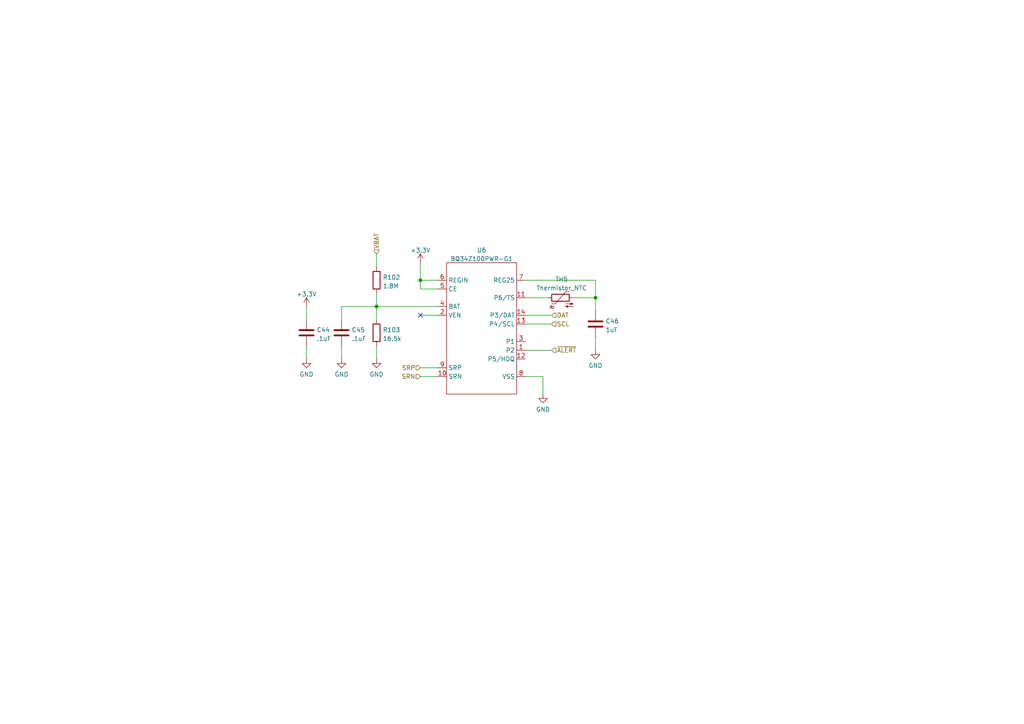
<source format=kicad_sch>
(kicad_sch (version 20211123) (generator eeschema)
  (paper "A4")
  (lib_symbols
    (symbol "BQ34Z100:BQ34Z100PWR-G1"
      (property "Reference" "U" (at 0 22.86 0))
      (property "Value" "BQ34Z100PWR-G1" (at 0 20.32 0))
      (symbol "BQ34Z100PWR-G1_0_1"
        (rectangle (start -10.16 17.78) (end 10.16 -20.32) (stroke (width 0.1524)))
      )
      (symbol "BQ34Z100PWR-G1_1_1"
        (pin output line (at 12.7 -7.62 180) (length 2.54) (name "P2") (number "1"))
        (pin input line (at -12.7 -15.24 0) (length 2.54) (name "SRN") (number "10"))
        (pin input line (at 12.7 7.62 180) (length 2.54) (name "P6/TS") (number "11"))
        (pin input line (at 12.7 -10.16 180) (length 2.54) (name "P5/HDQ") (number "12"))
        (pin input line (at 12.7 0 180) (length 2.54) (name "P4/SCL") (number "13"))
        (pin input line (at 12.7 2.54 180) (length 2.54) (name "P3/DAT") (number "14"))
        (pin output line (at -12.7 2.54 0) (length 2.54) (name "VEN") (number "2"))
        (pin output line (at 12.7 -5.08 180) (length 2.54) (name "P1") (number "3"))
        (pin input line (at -12.7 5.08 0) (length 2.54) (name "BAT") (number "4"))
        (pin input line (at -12.7 10.16 0) (length 2.54) (name "CE") (number "5"))
        (pin power_in line (at -12.7 12.7 0) (length 2.54) (name "REGIN") (number "6"))
        (pin power_out line (at 12.7 12.7 180) (length 2.54) (name "REG25") (number "7"))
        (pin input line (at 12.7 -15.24 180) (length 2.54) (name "VSS") (number "8"))
        (pin input line (at -12.7 -12.7 0) (length 2.54) (name "SRP") (number "9"))
      )
    )
    (symbol "Device:C" (pin_numbers hide) (pin_names (offset 0.254))
      (property "Reference" "C" (at 0.635 2.54 0))
      (property "Value" "C" (at 0.635 -2.54 0))
      (symbol "C_0_1"
        (polyline (pts (xy -2.032 -0.762) (xy 2.032 -0.762)) (stroke (width 0.508)))
        (polyline (pts (xy -2.032 0.762) (xy 2.032 0.762)) (stroke (width 0.508)))
      )
      (symbol "C_1_1"
        (pin passive line (at 0 3.81 270) (length 2.794) (name "~") (number "1"))
        (pin passive line (at 0 -3.81 90) (length 2.794) (name "~") (number "2"))
      )
    )
    (symbol "Device:R" (pin_numbers hide) (pin_names (offset 0))
      (property "Reference" "R" (at 2.032 0 90))
      (property "Value" "R" (at 0 0 90))
      (symbol "R_0_1"
        (rectangle (start -1.016 -2.54) (end 1.016 2.54) (stroke (width 0.254)))
      )
      (symbol "R_1_1"
        (pin passive line (at 0 3.81 270) (length 1.27) (name "~") (number "1"))
        (pin passive line (at 0 -3.81 90) (length 1.27) (name "~") (number "2"))
      )
    )
    (symbol "Device:Thermistor_NTC" (pin_numbers hide) (pin_names (offset 0))
      (property "Reference" "TH" (at -4.445 0 90))
      (property "Value" "Thermistor_NTC" (at 3.175 0 90))
      (symbol "Thermistor_NTC_0_1"
        (arc (start -3.048 2.159) (mid -3.0495 2.3143) (end -3.175 2.413))
        (arc (start -3.048 2.159) (mid -2.9736 1.9794) (end -2.794 1.905))
        (arc (start -3.048 2.794) (mid -2.9736 2.6144) (end -2.794 2.54))
        (arc (start -2.794 1.905) (mid -2.6144 1.9794) (end -2.54 2.159))
        (arc (start -2.794 2.54) (mid -2.4393 2.5587) (end -2.159 2.794))
        (arc (start -2.794 3.048) (mid -2.9736 2.9736) (end -3.048 2.794))
        (arc (start -2.54 2.794) (mid -2.6144 2.9736) (end -2.794 3.048))
        (rectangle (start -1.016 2.54) (end 1.016 -2.54) (stroke (width 0.254)))
        (polyline (pts (xy -2.54 2.159) (xy -2.54 2.794)))
        (polyline (pts (xy -1.778 2.54) (xy -1.778 1.524) (xy 1.778 -1.524) (xy 1.778 -2.54)))
        (polyline (pts (xy -2.54 -3.683) (xy -2.54 -1.397) (xy -2.794 -2.159) (xy -2.286 -2.159) (xy -2.54 -1.397) (xy -2.54 -1.651)) (fill (type outline)))
        (polyline (pts (xy -1.778 -1.397) (xy -1.778 -3.683) (xy -2.032 -2.921) (xy -1.524 -2.921) (xy -1.778 -3.683) (xy -1.778 -3.429)) (fill (type outline)))
      )
      (symbol "Thermistor_NTC_1_1"
        (pin passive line (at 0 3.81 270) (length 1.27) (name "~") (number "1"))
        (pin passive line (at 0 -3.81 90) (length 1.27) (name "~") (number "2"))
      )
    )
    (symbol "power:+3.3V" (power) (pin_names (offset 0))
      (property "Value" "+3.3V" (at 0 3.556 0))
      (symbol "+3.3V_0_1"
        (polyline (pts (xy -0.762 1.27) (xy 0 2.54)))
        (polyline (pts (xy 0 0) (xy 0 2.54)))
        (polyline (pts (xy 0 2.54) (xy 0.762 1.27)))
      )
      (symbol "+3.3V_1_1"
        (pin power_in line (at 0 0 90) (length 0) hide (name "+3.3V") (number "1"))
      )
    )
    (symbol "power:GND" (power) (pin_names (offset 0))
      (property "Value" "GND" (at 0 -3.81 0))
      (symbol "GND_0_1"
        (polyline (pts (xy 0 0) (xy 0 -1.27) (xy 1.27 -1.27) (xy 0 -2.54) (xy -1.27 -1.27) (xy 0 -1.27)))
      )
      (symbol "GND_1_1"
        (pin power_in line (at 0 0 270) (length 0) hide (name "GND") (number "1"))
      )
    )
  )
  (junction (at 121.92 81.28))
  (junction (at 172.72 86.36))
  (junction (at 109.22 88.9))
  (no_connect (at 121.92 91.44))
  (wire (pts (xy 88.9 88.9) (xy 88.9 92.71)))
  (wire (pts (xy 152.4 101.6) (xy 160.02 101.6)))
  (wire (pts (xy 88.9 100.33) (xy 88.9 104.14)))
  (wire (pts (xy 99.06 88.9) (xy 99.06 92.71)))
  (wire (pts (xy 99.06 88.9) (xy 109.22 88.9)))
  (wire (pts (xy 99.06 100.33) (xy 99.06 104.14)))
  (wire (pts (xy 172.72 86.36) (xy 166.37 86.36)))
  (wire (pts (xy 127 83.82) (xy 121.92 83.82)))
  (wire (pts (xy 172.72 81.28) (xy 172.72 86.36)))
  (wire (pts (xy 121.92 109.22) (xy 127 109.22)))
  (wire (pts (xy 152.4 81.28) (xy 172.72 81.28)))
  (wire (pts (xy 109.22 88.9) (xy 109.22 85.09)))
  (wire (pts (xy 172.72 97.79) (xy 172.72 101.6)))
  (wire (pts (xy 152.4 91.44) (xy 160.02 91.44)))
  (wire (pts (xy 109.22 100.33) (xy 109.22 104.14)))
  (wire (pts (xy 121.92 106.68) (xy 127 106.68)))
  (wire (pts (xy 158.75 86.36) (xy 152.4 86.36)))
  (wire (pts (xy 121.92 81.28) (xy 127 81.28)))
  (wire (pts (xy 157.48 109.22) (xy 157.48 114.3)))
  (wire (pts (xy 121.92 83.82) (xy 121.92 81.28)))
  (wire (pts (xy 152.4 93.98) (xy 160.02 93.98)))
  (wire (pts (xy 127 88.9) (xy 109.22 88.9)))
  (wire (pts (xy 109.22 73.66) (xy 109.22 77.47)))
  (wire (pts (xy 152.4 109.22) (xy 157.48 109.22)))
  (wire (pts (xy 109.22 88.9) (xy 109.22 92.71)))
  (wire (pts (xy 121.92 91.44) (xy 127 91.44)))
  (wire (pts (xy 172.72 86.36) (xy 172.72 90.17)))
  (wire (pts (xy 121.92 76.2) (xy 121.92 81.28)))
  (hierarchical_label "SCL" (shape input) (at 160.02 93.98 0))
  (hierarchical_label "DAT" (shape input) (at 160.02 91.44 0))
  (hierarchical_label "VBAT" (shape input) (at 109.22 73.66 90))
  (hierarchical_label "~{ALERT}" (shape input) (at 160.02 101.6 0))
  (hierarchical_label "SRN" (shape input) (at 121.92 109.22 180))
  (hierarchical_label "SRP" (shape input) (at 121.92 106.68 180))
  (symbol (lib_id "Device:R") (at 109.22 96.52 0) (unit 1)
    (property "Reference" "R103" (at 110.998 95.6853 0) (effects (justify left)))
    (property "Value" "16.5k" (at 110.998 98.2222 0) (effects (justify left)))
    (property "Footprint" "Resistor_SMD:R_0603_1608Metric" (effects hide))
  )
  (symbol (lib_id "power:GND") (at 99.06 104.14 0) (unit 1)
    (property "Reference" "#PWR0103" (effects hide))
    (property "Value" "GND" (at 99.06 108.5834 0))
  )
  (symbol (lib_id "Device:C") (at 99.06 96.52 0) (unit 1)
    (property "Reference" "C45" (at 101.981 95.6853 0) (effects (justify left)))
    (property "Value" ".1uF" (at 101.981 98.2222 0) (effects (justify left)))
    (property "Footprint" "Capacitor_SMD:C_0603_1608Metric" (effects hide))
  )
  (symbol (lib_id "power:GND") (at 172.72 101.6 0) (unit 1)
    (property "Reference" "#PWR0109" (effects hide))
    (property "Value" "GND" (at 172.72 106.0434 0))
  )
  (symbol (lib_id "Device:C") (at 88.9 96.52 0) (unit 1)
    (property "Reference" "C44" (at 91.821 95.6853 0) (effects (justify left)))
    (property "Value" ".1uF" (at 91.821 98.2222 0) (effects (justify left)))
    (property "Footprint" "Capacitor_SMD:C_0603_1608Metric" (effects hide))
  )
  (symbol (lib_id "power:GND") (at 88.9 104.14 0) (unit 1)
    (property "Reference" "#PWR0104" (effects hide))
    (property "Value" "GND" (at 88.9 108.5834 0))
  )
  (symbol (lib_id "power:GND") (at 109.22 104.14 0) (unit 1)
    (property "Reference" "#PWR0105" (effects hide))
    (property "Value" "GND" (at 109.22 108.5834 0))
  )
  (symbol (lib_id "power:GND") (at 157.48 114.3 0) (unit 1)
    (property "Reference" "#PWR0108" (effects hide))
    (property "Value" "GND" (at 157.48 118.7434 0))
  )
  (symbol (lib_id "Device:C") (at 172.72 93.98 0) (unit 1)
    (property "Reference" "C46" (at 175.641 93.1453 0) (effects (justify left)))
    (property "Value" "1uF" (at 175.641 95.6822 0) (effects (justify left)))
    (property "Footprint" "Capacitor_SMD:C_0603_1608Metric" (effects hide))
  )
  (symbol (lib_id "BQ34Z100:BQ34Z100PWR-G1") (at 139.7 93.98 0) (unit 1)
    (property "Reference" "U6" (at 139.7 72.551 0))
    (property "Value" "BQ34Z100PWR-G1" (at 139.7 75.0879 0))
    (property "Footprint" "Package_SO:TSSOP-14_4.4x5mm_P0.65mm" (effects hide))
  )
  (symbol (lib_id "power:+3.3V") (at 121.92 76.2 0) (unit 1)
    (property "Reference" "#PWR0107" (effects hide))
    (property "Value" "+3.3V" (at 121.92 72.6242 0))
  )
  (symbol (lib_id "Device:R") (at 109.22 81.28 0) (unit 1)
    (property "Reference" "R102" (at 110.998 80.4453 0) (effects (justify left)))
    (property "Value" "1.8M" (at 110.998 82.9822 0) (effects (justify left)))
    (property "Footprint" "Resistor_SMD:R_0603_1608Metric" (effects hide))
  )
  (symbol (lib_id "Device:Thermistor_NTC") (at 162.56 86.36 90) (unit 1)
    (property "Reference" "TH5" (at 162.8775 81.0092 90))
    (property "Value" "Thermistor_NTC" (at 162.8775 83.5461 90))
  )
  (symbol (lib_id "power:+3.3V") (at 88.9 88.9 0) (unit 1)
    (property "Reference" "#PWR0106" (effects hide))
    (property "Value" "+3.3V" (at 88.9 85.3242 0))
  )
)
</source>
